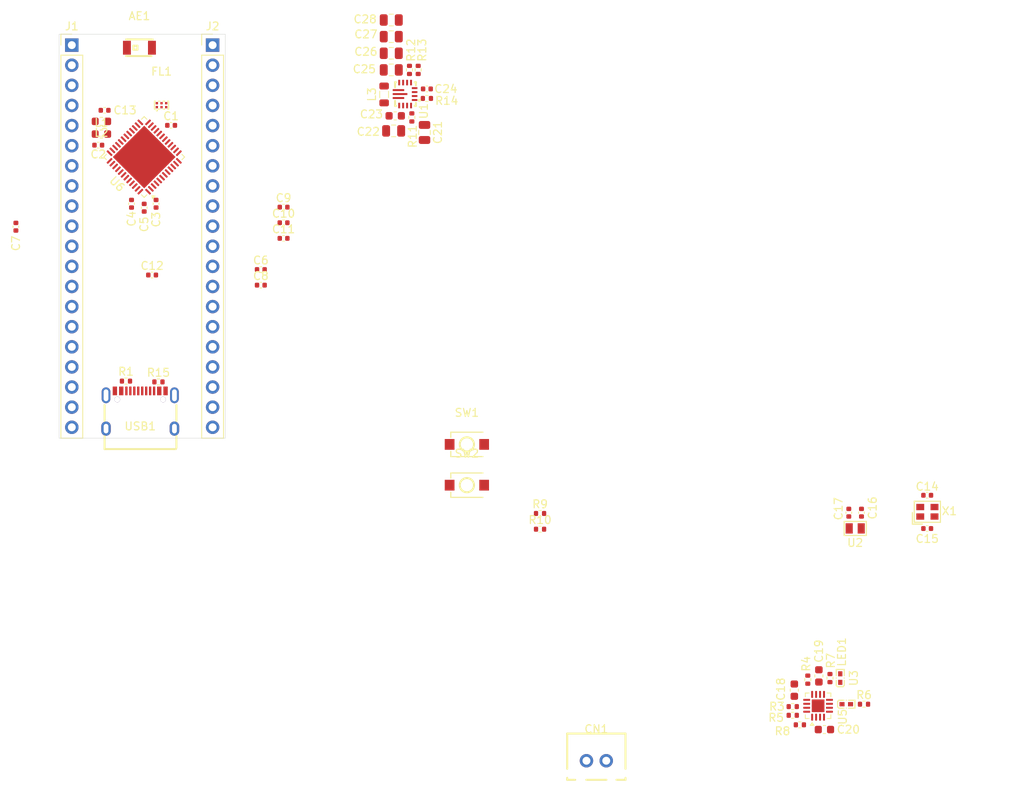
<source format=kicad_pcb>
(kicad_pcb (version 20241229) (generator "pcbnew") (generator_version "9.0")
  (layers (0 "F.Cu" signal) (2 "B.Cu" signal) (13 "F.Paste" user) (15 "B.Paste" user) (5 "F.SilkS" user "F.Silkscreen") (7 "B.SilkS" user "B.Silkscreen") (1 "F.Mask" user) (3 "B.Mask" user) (25 "Edge.Cuts" user))
  (net 0 "")
  (net 2 "Net-(AE1-ANT)")
  (net 3 "VCC")
  (net 4 "GND")
  (net 5 "+3.3V")
  (net 6 "Net-(C20-Pad1)")
  (net 7 "/RF")
  (net 8 "Net-(LED1-A)")
  (net 9 "Net-(LED1-K)")
  (net 10 "/RESET")
  (net 11 "/BOOT")
  (net 12 "Net-(U1-FB)")
  (net 13 "Net-(U1-VAUX)")
  (net 14 "Net-(U1-EN)")
  (net 15 "Net-(U1-L2)")
  (net 16 "Net-(U1-L1)")
  (net 17 "Net-(U1-PG)")
  (net 18 "/LXOUT")
  (net 19 "/LXIN")
  (net 20 "Net-(U3-K)")
  (net 64 "Net-(U3-A)")
  (net 65 "Net-(U5-TS)")
  (net 67 "Net-(U5-ILIM)")
  (net 72 "Net-(U5-ISET)")
  (net 73 "Net-(U5-ITERM)")
  (net 76 "VBUS")
  (net 77 "/SWDIO")
  (net 82 "/SWCLK")
  (net 83 "/JDTI")
  (net 84 "/DP")
  (net 85 "/DN")
  (net 87 "/HXOUT")
  (net 89 "/HXIN")
  (net 92 "Net-(U6-VLXSMPS)")
  (net 93 "Net-(U6-VFBSMPS)")
  (net 94 "Net-(L1-Pad1)")
  (net 95 "Net-(USB1-CC1)")
  (net 97 "Net-(USB1-CC2)")
  (footprint "Capacitor_SMD:C_0402_1005Metric" (layer "F.Cu") (at 164.1 78.27)
    (property "Reference" "C11" (at 0 -1.16 0) (layer "F.SilkS"))
    (property "Value" "100nF")
    (pad "1" smd roundrect (at -0.48 0) (size 0.56 0.62) (layers "F.Cu" "F.Mask" "F.Paste") (net 5 "+3.3V"))
    (pad "2" smd roundrect (at 0.48 0) (size 0.56 0.62) (layers "F.Cu" "F.Mask" "F.Paste") (net 4 "GND"))
  )
  (footprint "Resistor_SMD:R_0402_1005Metric" (layer "F.Cu") (at 230.3 134 -90)
    (property "Reference" "R4" (at -2 0.2 90) (layer "F.SilkS"))
    (property "Value" "1.18K")
    (pad "1" smd roundrect (at -0.51 0 270) (size 0.54 0.64) (layers "F.Cu" "F.Mask" "F.Paste") (net 4 "GND"))
    (pad "2" smd roundrect (at 0.51 0 270) (size 0.54 0.64) (layers "F.Cu" "F.Mask" "F.Paste") (net 67 "Net-(U5-ILIM)"))
  )
  (footprint "Capacitor_SMD:C_0805_2012Metric" (layer "F.Cu") (at 177.7 57 180)
    (property "Reference" "C25" (at 3.4 0.1 0) (layer "F.SilkS"))
    (property "Value" "10uF")
    (pad "1" smd roundrect (at -0.95 0 180) (size 1 1.45) (layers "F.Cu" "F.Mask" "F.Paste") (net 5 "+3.3V"))
    (pad "2" smd roundrect (at 0.95 0 180) (size 1 1.45) (layers "F.Cu" "F.Mask" "F.Paste") (net 4 "GND"))
  )
  (footprint "Package_DFN_QFN:VQFN-16-1EP_3x3mm_P0.5mm_EP1.6x1.6mm" (layer "F.Cu") (at 231.6 137.3 90)
    (property "Reference" "U5" (at -1.4 3.1 90) (layer "F.SilkS"))
    (property "Value" "BQ24074RGT")
    (pad "1" smd roundrect (at -1.4375 -0.75 90) (size 0.875 0.25) (layers "F.Cu" "F.Mask" "F.Paste") (net 65 "Net-(U5-TS)"))
    (pad "2" smd roundrect (at -1.4375 -0.25 90) (size 0.875 0.25) (layers "F.Cu" "F.Mask" "F.Paste") (net 6 "Net-(C20-Pad1)"))
    (pad "3" smd roundrect (at -1.4375 0.25 90) (size 0.875 0.25) (layers "F.Cu" "F.Mask" "F.Paste") (net 6 "Net-(C20-Pad1)"))
    (pad "4" smd roundrect (at -1.4375 0.75 90) (size 0.875 0.25) (layers "F.Cu" "F.Mask" "F.Paste") (net 4 "GND"))
    (pad "5" smd roundrect (at -0.75 1.4375 90) (size 0.25 0.875) (layers "F.Cu" "F.Mask" "F.Paste") (net 3 "VCC"))
    (pad "6" smd roundrect (at -0.25 1.4375 90) (size 0.25 0.875) (layers "F.Cu" "F.Mask" "F.Paste") (net 4 "GND"))
    (pad "7" smd roundrect (at 0.25 1.4375 90) (size 0.25 0.875) (layers "F.Cu" "F.Mask" "F.Paste") (net 9 "Net-(LED1-K)"))
    (pad "8" smd roundrect (at 0.75 1.4375 90) (size 0.25 0.875) (layers "F.Cu" "F.Mask" "F.Paste") (net 4 "GND"))
    (pad "9" smd roundrect (at 1.4375 0.75 90) (size 0.875 0.25) (layers "F.Cu" "F.Mask" "F.Paste") (net 20 "Net-(U3-K)"))
    (pad "10" smd roundrect (at 1.4375 0.25 90) (size 0.875 0.25) (layers "F.Cu" "F.Mask" "F.Paste") (net 3 "VCC"))
    (pad "11" smd roundrect (at 1.4375 -0.25 90) (size 0.875 0.25) (layers "F.Cu" "F.Mask" "F.Paste") (net 3 "VCC"))
    (pad "12" smd roundrect (at 1.4375 -0.75 90) (size 0.875 0.25) (layers "F.Cu" "F.Mask" "F.Paste") (net 67 "Net-(U5-ILIM)"))
    (pad "13" smd roundrect (at 0.75 -1.4375 90) (size 0.25 0.875) (layers "F.Cu" "F.Mask" "F.Paste") (net 76 "VBUS"))
    (pad "14" smd roundrect (at 0.25 -1.4375 90) (size 0.25 0.875) (layers "F.Cu" "F.Mask" "F.Paste") (net 4 "GND"))
    (pad "15" smd roundrect (at -0.25 -1.4375 90) (size 0.25 0.875) (layers "F.Cu" "F.Mask" "F.Paste") (net 73 "Net-(U5-ITERM)"))
    (pad "16" smd roundrect (at -0.75 -1.4375 90) (size 0.25 0.875) (layers "F.Cu" "F.Mask" "F.Paste") (net 72 "Net-(U5-ISET)"))
    (pad "17" smd rect (at 0 0 90) (size 1.6 1.6) (property pad_prop_heatsink) (layers "F.Cu" "F.Mask") (net 4 "GND"))
  )
  (footprint "Inductor_SMD:L_0603_1608Metric" (layer "F.Cu") (at 141.1 63.5 180)
    (property "Reference" "L2" (at 0 -1.43 0) (layer "F.SilkS"))
    (property "Value" "10uH")
    (pad "1" smd roundrect (at -0.7875 0 180) (size 0.875 0.95) (layers "F.Cu" "F.Mask" "F.Paste") (net 93 "Net-(U6-VFBSMPS)"))
    (pad "2" smd roundrect (at 0.7875 0 180) (size 0.875 0.95) (layers "F.Cu" "F.Mask" "F.Paste") (net 94 "Net-(L1-Pad1)"))
  )
  (footprint "Capacitor_SMD:C_0603_1608Metric" (layer "F.Cu") (at 232.4 140.3)
    (property "Reference" "C20" (at 3.025 0 0) (layer "F.SilkS"))
    (property "Value" "4.7uF")
    (pad "1" smd roundrect (at -0.775 0) (size 0.9 0.95) (layers "F.Cu" "F.Mask" "F.Paste") (net 6 "Net-(C20-Pad1)"))
    (pad "2" smd roundrect (at 0.775 0) (size 0.9 0.95) (layers "F.Cu" "F.Mask" "F.Paste") (net 4 "GND"))
  )
  (footprint "lcsc:LED0402-RD" (layer "F.Cu") (at 234.4 133.8 90)
    (property "Reference" "U3" (at 0 1.7 90) (layer "F.SilkS"))
    (property "Value" "XL-1005UBC_C22355736")
    (pad "1" smd rect (at -0.54 0 90) (size 0.64 0.54) (layers "F.Cu" "F.Mask" "F.Paste") (net 20 "Net-(U3-K)"))
    (pad "2" smd rect (at 0.54 0 90) (size 0.64 0.54) (layers "F.Cu" "F.Mask" "F.Paste") (net 64 "Net-(U3-A)"))
  )
  (footprint "Capacitor_SMD:C_0603_1608Metric" (layer "F.Cu") (at 231.7 133.525 90)
    (property "Reference" "C19" (at 3.125 0 90) (layer "F.SilkS"))
    (property "Value" "4.7uF")
    (pad "1" smd roundrect (at -0.775 0 90) (size 0.9 0.95) (layers "F.Cu" "F.Mask" "F.Paste") (net 3 "VCC"))
    (pad "2" smd roundrect (at 0.775 0 90) (size 0.9 0.95) (layers "F.Cu" "F.Mask" "F.Paste") (net 4 "GND"))
  )
  (footprint "Resistor_SMD:R_0402_1005Metric" (layer "F.Cu") (at 196.49 115)
    (property "Reference" "R10" (at 0 -1.17 0) (layer "F.SilkS"))
    (property "Value" "10K")
    (pad "1" smd roundrect (at -0.51 0) (size 0.54 0.64) (layers "F.Cu" "F.Mask" "F.Paste") (net 4 "GND"))
    (pad "2" smd roundrect (at 0.51 0) (size 0.54 0.64) (layers "F.Cu" "F.Mask" "F.Paste") (net 11 "/BOOT"))
  )
  (footprint "Resistor_SMD:R_0402_1005Metric" (layer "F.Cu") (at 237.4 137.1)
    (property "Reference" "R6" (at 0 -1.17 0) (layer "F.SilkS"))
    (property "Value" "1.5K")
    (pad "1" smd roundrect (at -0.51 0) (size 0.54 0.64) (layers "F.Cu" "F.Mask" "F.Paste") (net 8 "Net-(LED1-A)"))
    (pad "2" smd roundrect (at 0.51 0) (size 0.54 0.64) (layers "F.Cu" "F.Mask" "F.Paste") (net 3 "VCC"))
  )
  (footprint "Resistor_SMD:R_0402_1005Metric" (layer "F.Cu") (at 148.3 96.4)
    (property "Reference" "R15" (at 0 -1.17 0) (layer "F.SilkS"))
    (property "Value" "5.1K")
    (pad "1" smd roundrect (at -0.51 0) (size 0.54 0.64) (layers "F.Cu" "F.Mask" "F.Paste") (net 97 "Net-(USB1-CC2)"))
    (pad "2" smd roundrect (at 0.51 0) (size 0.54 0.64) (layers "F.Cu" "F.Mask" "F.Paste") (net 4 "GND"))
  )
  (footprint "Capacitor_SMD:C_0805_2012Metric" (layer "F.Cu") (at 177.7 52.8 180)
    (property "Reference" "C27" (at 3.2 0.3 0) (layer "F.SilkS"))
    (property "Value" "22uF")
    (pad "1" smd roundrect (at -0.95 0 180) (size 1 1.45) (layers "F.Cu" "F.Mask" "F.Paste") (net 5 "+3.3V"))
    (pad "2" smd roundrect (at 0.95 0 180) (size 1 1.45) (layers "F.Cu" "F.Mask" "F.Paste") (net 4 "GND"))
  )
  (footprint "Capacitor_SMD:C_0402_1005Metric" (layer "F.Cu") (at 235.48 112.915 90)
    (property "Reference" "C17" (at 0.5 -1.3 90) (layer "F.SilkS"))
    (property "Value" "10pF")
    (pad "1" smd roundrect (at -0.48 0 90) (size 0.56 0.62) (layers "F.Cu" "F.Mask" "F.Paste") (net 19 "/LXIN"))
    (pad "2" smd roundrect (at 0.48 0 90) (size 0.56 0.62) (layers "F.Cu" "F.Mask" "F.Paste") (net 4 "GND"))
  )
  (footprint "Capacitor_SMD:C_0402_1005Metric" (layer "F.Cu") (at 245.38 114.915)
    (property "Reference" "C15" (at 0 1.3 0) (layer "F.SilkS"))
    (property "Value" "10pF")
    (pad "1" smd roundrect (at -0.48 0) (size 0.56 0.62) (layers "F.Cu" "F.Mask" "F.Paste") (net 89 "/HXIN"))
    (pad "2" smd roundrect (at 0.48 0) (size 0.56 0.62) (layers "F.Cu" "F.Mask" "F.Paste") (net 4 "GND"))
  )
  (footprint "Resistor_SMD:R_0402_1005Metric" (layer "F.Cu") (at 233.1 133.8 -90)
    (property "Reference" "R7" (at -2.2 -0.1 90) (layer "F.SilkS"))
    (property "Value" "1.5K")
    (pad "1" smd roundrect (at -0.51 0 270) (size 0.54 0.64) (layers "F.Cu" "F.Mask" "F.Paste") (net 64 "Net-(U3-A)"))
    (pad "2" smd roundrect (at 0.51 0 270) (size 0.54 0.64) (layers "F.Cu" "F.Mask" "F.Paste") (net 3 "VCC"))
  )
  (footprint "lcsc:ANT-SMD_L3.2-W1.6" (layer "F.Cu") (at 145.9 54.2)
    (property "Reference" "AE1" (at 0 -4 0) (layer "F.SilkS"))
    (property "Value" "2450AT18A100E")
    (pad "1" smd rect (at -1.58 0) (size 1 1.75) (layers "F.Cu" "F.Mask" "F.Paste") (net 2 "Net-(AE1-ANT)"))
    (pad "2" smd rect (at 1.58 0) (size 1 1.75) (layers "F.Cu" "F.Mask" "F.Paste"))
  )
  (footprint "Connector_PinHeader_2.54mm:PinHeader_1x20_P2.54mm_Vertical" (layer "F.Cu") (at 155.14 53.87)
    (property "Reference" "J2" (at 0 -2.38 0) (layer "F.SilkS"))
    (property "Value" "Conn_01x20")
    (pad "1" thru_hole rect (at 0 0) (size 1.7 1.7) (drill 1) (layers "*.Cu" "*.Mask"))
    (pad "2" thru_hole circle (at 0 2.54) (size 1.7 1.7) (drill 1) (layers "*.Cu" "*.Mask"))
    (pad "3" thru_hole circle (at 0 5.08) (size 1.7 1.7) (drill 1) (layers "*.Cu" "*.Mask"))
    (pad "4" thru_hole circle (at 0 7.62) (size 1.7 1.7) (drill 1) (layers "*.Cu" "*.Mask"))
    (pad "5" thru_hole circle (at 0 10.16) (size 1.7 1.7) (drill 1) (layers "*.Cu" "*.Mask"))
    (pad "6" thru_hole circle (at 0 12.7) (size 1.7 1.7) (drill 1) (layers "*.Cu" "*.Mask"))
    (pad "7" thru_hole circle (at 0 15.24) (size 1.7 1.7) (drill 1) (layers "*.Cu" "*.Mask"))
    (pad "8" thru_hole circle (at 0 17.78) (size 1.7 1.7) (drill 1) (layers "*.Cu" "*.Mask"))
    (pad "9" thru_hole circle (at 0 20.32) (size 1.7 1.7) (drill 1) (layers "*.Cu" "*.Mask"))
    (pad "10" thru_hole circle (at 0 22.86) (size 1.7 1.7) (drill 1) (layers "*.Cu" "*.Mask"))
    (pad "11" thru_hole circle (at 0 25.4) (size 1.7 1.7) (drill 1) (layers "*.Cu" "*.Mask"))
    (pad "12" thru_hole circle (at 0 27.94) (size 1.7 1.7) (drill 1) (layers "*.Cu" "*.Mask"))
    (pad "13" thru_hole circle (at 0 30.48) (size 1.7 1.7) (drill 1) (layers "*.Cu" "*.Mask"))
    (pad "14" thru_hole circle (at 0 33.02) (size 1.7 1.7) (drill 1) (layers "*.Cu" "*.Mask"))
    (pad "15" thru_hole circle (at 0 35.56) (size 1.7 1.7) (drill 1) (layers "*.Cu" "*.Mask"))
    (pad "16" thru_hole circle (at 0 38.1) (size 1.7 1.7) (drill 1) (layers "*.Cu" "*.Mask"))
    (pad "17" thru_hole circle (at 0 40.64) (size 1.7 1.7) (drill 1) (layers "*.Cu" "*.Mask"))
    (pad "18" thru_hole circle (at 0 43.18) (size 1.7 1.7) (drill 1) (layers "*.Cu" "*.Mask"))
    (pad "19" thru_hole circle (at 0 45.72) (size 1.7 1.7) (drill 1) (layers "*.Cu" "*.Mask"))
    (pad "20" thru_hole circle (at 0 48.26) (size 1.7 1.7) (drill 1) (layers "*.Cu" "*.Mask"))
  )
  (footprint "Resistor_SMD:R_0402_1005Metric" (layer "F.Cu") (at 181.1 57 90)
    (property "Reference" "R13" (at 2.5 0.5 90) (layer "F.SilkS"))
    (property "Value" "150")
    (pad "1" smd roundrect (at -0.51 0 90) (size 0.54 0.64) (layers "F.Cu" "F.Mask" "F.Paste") (net 12 "Net-(U1-FB)"))
    (pad "2" smd roundrect (at 0.51 0 90) (size 0.54 0.64) (layers "F.Cu" "F.Mask" "F.Paste") (net 4 "GND"))
  )
  (footprint "Resistor_SMD:R_0402_1005Metric" (layer "F.Cu") (at 180.3 63 90)
    (property "Reference" "R11" (at -2.4 0.1 90) (layer "F.SilkS"))
    (property "Value" "10K")
    (pad "1" smd roundrect (at -0.51 0 90) (size 0.54 0.64) (layers "F.Cu" "F.Mask" "F.Paste") (net 3 "VCC"))
    (pad "2" smd roundrect (at 0.51 0 90) (size 0.54 0.64) (layers "F.Cu" "F.Mask" "F.Paste") (net 14 "Net-(U1-EN)"))
  )
  (footprint "Capacitor_SMD:C_0805_2012Metric" (layer "F.Cu") (at 177.7 54.9 180)
    (property "Reference" "C26" (at 3.2 0.2 0) (layer "F.SilkS"))
    (property "Value" "22uF")
    (pad "1" smd roundrect (at -0.95 0 180) (size 1 1.45) (layers "F.Cu" "F.Mask" "F.Paste") (net 5 "+3.3V"))
    (pad "2" smd roundrect (at 0.95 0 180) (size 1 1.45) (layers "F.Cu" "F.Mask" "F.Paste") (net 4 "GND"))
  )
  (footprint "Capacitor_SMD:C_0805_2012Metric" (layer "F.Cu") (at 181.9 64.9 -90)
    (property "Reference" "C21" (at 0 -1.68 90) (layer "F.SilkS"))
    (property "Value" "10uF")
    (pad "1" smd roundrect (at -0.95 0 270) (size 1 1.45) (layers "F.Cu" "F.Mask" "F.Paste") (net 3 "VCC"))
    (pad "2" smd roundrect (at 0.95 0 270) (size 1 1.45) (layers "F.Cu" "F.Mask" "F.Paste") (net 4 "GND"))
  )
  (footprint "Capacitor_SMD:C_0402_1005Metric" (layer "F.Cu") (at 164.1 76.3)
    (property "Reference" "C10" (at 0 -1.16 0) (layer "F.SilkS"))
    (property "Value" "100nF")
    (pad "1" smd roundrect (at -0.48 0) (size 0.56 0.62) (layers "F.Cu" "F.Mask" "F.Paste") (net 5 "+3.3V"))
    (pad "2" smd roundrect (at 0.48 0) (size 0.56 0.62) (layers "F.Cu" "F.Mask" "F.Paste") (net 4 "GND"))
  )
  (footprint "Capacitor_SMD:C_0402_1005Metric" (layer "F.Cu") (at 130.3 76.8 -90)
    (property "Reference" "C7" (at 2.1 0 90) (layer "F.SilkS"))
    (property "Value" "1uF")
    (pad "1" smd roundrect (at -0.48 0 270) (size 0.56 0.62) (layers "F.Cu" "F.Mask" "F.Paste") (net 5 "+3.3V"))
    (pad "2" smd roundrect (at 0.48 0 270) (size 0.56 0.62) (layers "F.Cu" "F.Mask" "F.Paste") (net 4 "GND"))
  )
  (footprint "Inductor_SMD:L_0603_1608Metric" (layer "F.Cu") (at 141.1 65.1)
    (property "Reference" "L1" (at 0 -1.43 0) (layer "F.SilkS"))
    (property "Value" "10nH")
    (pad "1" smd roundrect (at -0.7875 0) (size 0.875 0.95) (layers "F.Cu" "F.Mask" "F.Paste") (net 94 "Net-(L1-Pad1)"))
    (pad "2" smd roundrect (at 0.7875 0) (size 0.875 0.95) (layers "F.Cu" "F.Mask" "F.Paste") (net 92 "Net-(U6-VLXSMPS)"))
  )
  (footprint "Connector_PinHeader_2.54mm:PinHeader_1x20_P2.54mm_Vertical" (layer "F.Cu") (at 137.36 53.87)
    (property "Reference" "J1" (at 0 -2.38 0) (layer "F.SilkS"))
    (property "Value" "Conn_01x20")
    (pad "1" thru_hole rect (at 0 0) (size 1.7 1.7) (drill 1) (layers "*.Cu" "*.Mask"))
    (pad "2" thru_hole circle (at 0 2.54) (size 1.7 1.7) (drill 1) (layers "*.Cu" "*.Mask"))
    (pad "3" thru_hole circle (at 0 5.08) (size 1.7 1.7) (drill 1) (layers "*.Cu" "*.Mask"))
    (pad "4" thru_hole circle (at 0 7.62) (size 1.7 1.7) (drill 1) (layers "*.Cu" "*.Mask"))
    (pad "5" thru_hole circle (at 0 10.16) (size 1.7 1.7) (drill 1) (layers "*.Cu" "*.Mask"))
    (pad "6" thru_hole circle (at 0 12.7) (size 1.7 1.7) (drill 1) (layers "*.Cu" "*.Mask"))
    (pad "7" thru_hole circle (at 0 15.24) (size 1.7 1.7) (drill 1) (layers "*.Cu" "*.Mask"))
    (pad "8" thru_hole circle (at 0 17.78) (size 1.7 1.7) (drill 1) (layers "*.Cu" "*.Mask"))
    (pad "9" thru_hole circle (at 0 20.32) (size 1.7 1.7) (drill 1) (layers "*.Cu" "*.Mask"))
    (pad "10" thru_hole circle (at 0 22.86) (size 1.7 1.7) (drill 1) (layers "*.Cu" "*.Mask"))
    (pad "11" thru_hole circle (at 0 25.4) (size 1.7 1.7) (drill 1) (layers "*.Cu" "*.Mask"))
    (pad "12" thru_hole circle (at 0 27.94) (size 1.7 1.7) (drill 1) (layers "*.Cu" "*.Mask"))
    (pad "13" thru_hole circle (at 0 30.48) (size 1.7 1.7) (drill 1) (layers "*.Cu" "*.Mask"))
    (pad "14" thru_hole circle (at 0 33.02) (size 1.7 1.7) (drill 1) (layers "*.Cu" "*.Mask"))
    (pad "15" thru_hole circle (at 0 35.56) (size 1.7 1.7) (drill 1) (layers "*.Cu" "*.Mask"))
    (pad "16" thru_hole circle (at 0 38.1) (size 1.7 1.7) (drill 1) (layers "*.Cu" "*.Mask"))
    (pad "17" thru_hole circle (at 0 40.64) (size 1.7 1.7) (drill 1) (layers "*.Cu" "*.Mask"))
    (pad "18" thru_hole circle (at 0 43.18) (size 1.7 1.7) (drill 1) (layers "*.Cu" "*.Mask"))
    (pad "19" thru_hole circle (at 0 45.72) (size 1.7 1.7) (drill 1) (layers "*.Cu" "*.Mask"))
    (pad "20" thru_hole circle (at 0 48.26) (size 1.7 1.7) (drill 1) (layers "*.Cu" "*.Mask"))
  )
  (footprint "lcsc:CRYSTAL-SMD_L2.0-W1.2" (layer "F.Cu") (at 236.29 114.9)
    (property "Reference" "U2" (at -0.01 1.815 0) (layer "F.SilkS"))
    (property "Value" "NX2012SA-32.768KHZ-STD-MUB-2")
    (pad "1" smd rect (at -0.76 0) (size 0.9 1.3) (layers "F.Cu" "F.Mask" "F.Paste") (net 19 "/LXIN"))
    (pad "2" smd rect (at 0.76 0) (size 0.9 1.3) (layers "F.Cu" "F.Mask" "F.Paste") (net 18 "/LXOUT"))
  )
  (footprint "Capacitor_SMD:C_0402_1005Metric" (layer "F.Cu") (at 141.5 62.1 180)
    (property "Reference" "C13" (at -2.58 0 0) (layer "F.SilkS"))
    (property "Value" "4.7uF")
    (pad "1" smd roundrect (at -0.48 0 180) (size 0.56 0.62) (layers "F.Cu" "F.Mask" "F.Paste") (net 93 "Net-(U6-VFBSMPS)"))
    (pad "2" smd roundrect (at 0.48 0 180) (size 0.56 0.62) (layers "F.Cu" "F.Mask" "F.Paste") (net 4 "GND"))
  )
  (footprint "Resistor_SMD:R_0402_1005Metric" (layer "F.Cu") (at 180 57 -90)
    (property "Reference" "R12" (at -2.5 -0.2 90) (layer "F.SilkS"))
    (property "Value" "470")
    (pad "1" smd roundrect (at -0.51 0 270) (size 0.54 0.64) (layers "F.Cu" "F.Mask" "F.Paste") (net 5 "+3.3V"))
    (pad "2" smd roundrect (at 0.51 0 270) (size 0.54 0.64) (layers "F.Cu" "F.Mask" "F.Paste") (net 12 "Net-(U1-FB)"))
  )
  (footprint "Resistor_SMD:R_0402_1005Metric" (layer "F.Cu") (at 196.49 113.01)
    (property "Reference" "R9" (at 0 -1.17 0) (layer "F.SilkS"))
    (property "Value" "10K")
    (pad "1" smd roundrect (at -0.51 0) (size 0.54 0.64) (layers "F.Cu" "F.Mask" "F.Paste") (net 5 "+3.3V"))
    (pad "2" smd roundrect (at 0.51 0) (size 0.54 0.64) (layers "F.Cu" "F.Mask" "F.Paste") (net 10 "/RESET"))
  )
  (footprint "Resistor_SMD:R_0402_1005Metric" (layer "F.Cu") (at 228.4 138.5)
    (property "Reference" "R5" (at -2.1 0.3 0) (layer "F.SilkS"))
    (property "Value" "1.13")
    (pad "1" smd roundrect (at -0.51 0) (size 0.54 0.64) (layers "F.Cu" "F.Mask" "F.Paste") (net 4 "GND"))
    (pad "2" smd roundrect (at 0.51 0) (size 0.54 0.64) (layers "F.Cu" "F.Mask" "F.Paste") (net 72 "Net-(U5-ISET)"))
  )
  (footprint "Resistor_SMD:R_0402_1005Metric" (layer "F.Cu") (at 144.2 96.3 180)
    (property "Reference" "R1" (at 0 1.2 0) (layer "F.SilkS"))
    (property "Value" "5.1K")
    (pad "1" smd roundrect (at -0.51 0 180) (size 0.54 0.64) (layers "F.Cu" "F.Mask" "F.Paste") (net 95 "Net-(USB1-CC1)"))
    (pad "2" smd roundrect (at 0.51 0 180) (size 0.54 0.64) (layers "F.Cu" "F.Mask" "F.Paste") (net 4 "GND"))
  )
  (footprint "Resistor_SMD:R_0402_1005Metric" (layer "F.Cu") (at 229.3 139.7 180)
    (property "Reference" "R8" (at 2.2 -0.8 0) (layer "F.SilkS"))
    (property "Value" "10K")
    (pad "1" smd roundrect (at -0.51 0 180) (size 0.54 0.64) (layers "F.Cu" "F.Mask" "F.Paste") (net 65 "Net-(U5-TS)"))
    (pad "2" smd roundrect (at 0.51 0 180) (size 0.54 0.64) (layers "F.Cu" "F.Mask" "F.Paste") (net 4 "GND"))
  )
  (footprint "lcsc:CONN-TH_B2B-XH-A-LF-SN" (layer "F.Cu") (at 203.6 144.2375)
    (property "Reference" "CN1" (at 0 -4 0) (layer "F.SilkS"))
    (property "Value" "B2B-XH-A (LF)(SN)")
    (pad "1" thru_hole circle (at 1.25 0 180) (size 1.7 1.7) (drill 0.999998) (layers "*.Cu" "*.Mask") (net 4 "GND"))
    (pad "2" thru_hole circle (at -1.25 0 180) (size 1.7 1.7) (drill 0.999998) (layers "*.Cu" "*.Mask") (net 6 "Net-(C20-Pad1)"))
  )
  (footprint "lcsc:SW-SMD_L3.9-W3.0-P4.45" (layer "F.Cu") (at 187.25 104.29)
    (property "Reference" "SW1" (at 0 -4 0) (layer "F.SilkS"))
    (property "Value" "SW_Push")
    (pad "1" smd rect (at -2.18 0) (size 1.23 1.36) (layers "F.Cu" "F.Mask" "F.Paste") (net 10 "/RESET"))
    (pad "2" smd rect (at 2.18 0) (size 1.23 1.36) (layers "F.Cu" "F.Mask" "F.Paste") (net 4 "GND"))
  )
  (footprint "Capacitor_SMD:C_0402_1005Metric" (layer "F.Cu") (at 149.9 64)
    (property "Reference" "C1" (at 0 -1.16 0) (layer "F.SilkS"))
    (property "Value" "100nF")
    (pad "1" smd roundrect (at -0.48 0) (size 0.56 0.62) (layers "F.Cu" "F.Mask" "F.Paste") (net 5 "+3.3V"))
    (pad "2" smd roundrect (at 0.48 0) (size 0.56 0.62) (layers "F.Cu" "F.Mask" "F.Paste") (net 4 "GND"))
  )
  (footprint "Capacitor_SMD:C_0402_1005Metric" (layer "F.Cu") (at 237.08 112.915 90)
    (property "Reference" "C16" (at 0.6 1.4 90) (layer "F.SilkS"))
    (property "Value" "10pF")
    (pad "1" smd roundrect (at -0.48 0 90) (size 0.56 0.62) (layers "F.Cu" "F.Mask" "F.Paste") (net 18 "/LXOUT"))
    (pad "2" smd roundrect (at 0.48 0 90) (size 0.56 0.62) (layers "F.Cu" "F.Mask" "F.Paste") (net 4 "GND"))
  )
  (footprint "Capacitor_SMD:C_0603_1608Metric" (layer "F.Cu") (at 178.2 62.8 180)
    (property "Reference" "C23" (at 3 0.2 0) (layer "F.SilkS"))
    (property "Value" "10uF")
    (pad "1" smd roundrect (at -0.775 0 180) (size 0.9 0.95) (layers "F.Cu" "F.Mask" "F.Paste") (net 3 "VCC"))
    (pad "2" smd roundrect (at 0.775 0 180) (size 0.9 0.95) (layers "F.Cu" "F.Mask" "F.Paste") (net 4 "GND"))
  )
  (footprint "Capacitor_SMD:C_0402_1005Metric" (layer "F.Cu") (at 161.23 84.18)
    (property "Reference" "C8" (at 0 -1.16 0) (layer "F.SilkS"))
    (property "Value" "100nF")
    (pad "1" smd roundrect (at -0.48 0) (size 0.56 0.62) (layers "F.Cu" "F.Mask" "F.Paste") (net 5 "+3.3V"))
    (pad "2" smd roundrect (at 0.48 0) (size 0.56 0.62) (layers "F.Cu" "F.Mask" "F.Paste") (net 4 "GND"))
  )
  (footprint "Capacitor_SMD:C_0402_1005Metric" (layer "F.Cu") (at 164.1 74.33)
    (property "Reference" "C9" (at 0 -1.16 0) (layer "F.SilkS"))
    (property "Value" "100nF")
    (pad "1" smd roundrect (at -0.48 0) (size 0.56 0.62) (layers "F.Cu" "F.Mask" "F.Paste") (net 5 "+3.3V"))
    (pad "2" smd roundrect (at 0.48 0) (size 0.56 0.62) (layers "F.Cu" "F.Mask" "F.Paste") (net 4 "GND"))
  )
  (footprint "Resistor_SMD:R_0402_1005Metric" (layer "F.Cu") (at 182.2 60.6 180)
    (property "Reference" "R14" (at -2.5 -0.3 0) (layer "F.SilkS"))
    (property "Value" "100K")
    (pad "1" smd roundrect (at -0.51 0 180) (size 0.54 0.64) (layers "F.Cu" "F.Mask" "F.Paste") (net 5 "+3.3V"))
    (pad "2" smd roundrect (at 0.51 0 180) (size 0.54 0.64) (layers "F.Cu" "F.Mask" "F.Paste") (net 17 "Net-(U1-PG)"))
  )
  (footprint "Capacitor_SMD:C_0603_1608Metric" (layer "F.Cu") (at 228.6 135.325 90)
    (property "Reference" "C18" (at 0.125 -1.7 90) (layer "F.SilkS"))
    (property "Value" "1uF")
    (pad "1" smd roundrect (at -0.775 0 90) (size 0.9 0.95) (layers "F.Cu" "F.Mask" "F.Paste") (net 76 "VBUS"))
    (pad "2" smd roundrect (at 0.775 0 90) (size 0.9 0.95) (layers "F.Cu" "F.Mask" "F.Paste") (net 4 "GND"))
  )
  (footprint "lcsc:OSC-SMD_4P-L2.0-W1.6-BL" (layer "F.Cu") (at 245.4 112.8)
    (property "Reference" "X1" (at 2.78 -0.085 0) (layer "F.SilkS"))
    (property "Value" "NX2016SA-32MHZ-STD-CZS-5")
    (pad "1" smd rect (at -0.9 0.6 90) (size 0.8 1) (layers "F.Cu" "F.Mask" "F.Paste") (net 89 "/HXIN"))
    (pad "2" smd rect (at 0.9 0.6 90) (size 0.8 1) (layers "F.Cu" "F.Mask" "F.Paste") (net 4 "GND"))
    (pad "3" smd rect (at 0.9 -0.6 90) (size 0.8 1) (layers "F.Cu" "F.Mask" "F.Paste") (net 87 "/HXOUT"))
    (pad "4" smd rect (at -0.9 -0.6 90) (size 0.8 1) (layers "F.Cu" "F.Mask" "F.Paste") (net 4 "GND"))
  )
  (footprint "Capacitor_SMD:C_0402_1005Metric" (layer "F.Cu") (at 144.9 73.9 -90)
    (property "Reference" "C4" (at 1.9 0 90) (layer "F.SilkS"))
    (property "Value" "100nF")
    (pad "1" smd roundrect (at -0.48 0 270) (size 0.56 0.62) (layers "F.Cu" "F.Mask" "F.Paste") (net 5 "+3.3V"))
    (pad "2" smd roundrect (at 0.48 0 270) (size 0.56 0.62) (layers "F.Cu" "F.Mask" "F.Paste") (net 4 "GND"))
  )
  (footprint "Capacitor_SMD:C_0402_1005Metric" (layer "F.Cu") (at 182.2 59.4)
    (property "Reference" "C24" (at 2.4 0 0) (layer "F.SilkS"))
    (property "Value" "100nF")
    (pad "1" smd roundrect (at -0.48 0) (size 0.56 0.62) (layers "F.Cu" "F.Mask" "F.Paste") (net 13 "Net-(U1-VAUX)"))
    (pad "2" smd roundrect (at 0.48 0) (size 0.56 0.62) (layers "F.Cu" "F.Mask" "F.Paste") (net 4 "GND"))
  )
  (footprint "lcsc:LED0402-RD_GREEN" (layer "F.Cu") (at 235.16 137.1)
    (property "Reference" "LED1" (at -0.56 -6.6 90) (layer "F.SilkS"))
    (property "Value" "XL-1005UGC")
    (pad "1" smd rect (at -0.54 0) (size 0.64 0.54) (layers "F.Cu" "F.Mask" "F.Paste") (net 9 "Net-(LED1-K)"))
    (pad "2" smd rect (at 0.54 0) (size 0.64 0.54) (layers "F.Cu" "F.Mask" "F.Paste") (net 8 "Net-(LED1-A)"))
  )
  (footprint "Inductor_SMD:L_0805_2012Metric" (layer "F.Cu") (at 176.8 60.1 90)
    (property "Reference" "L3" (at 0 -1.55 90) (layer "F.SilkS"))
    (property "Value" "1.5uH")
    (pad "1" smd roundrect (at -1.0625 0 90) (size 0.875 1.2) (layers "F.Cu" "F.Mask" "F.Paste") (net 16 "Net-(U1-L1)"))
    (pad "2" smd roundrect (at 1.0625 0 90) (size 0.875 1.2) (layers "F.Cu" "F.Mask" "F.Paste") (net 15 "Net-(U1-L2)"))
  )
  (footprint "Capacitor_SMD:C_0402_1005Metric" (layer "F.Cu") (at 161.23 82.21)
    (property "Reference" "C6" (at 0 -1.16 0) (layer "F.SilkS"))
    (property "Value" "10nF")
    (pad "1" smd roundrect (at -0.48 0) (size 0.56 0.62) (layers "F.Cu" "F.Mask" "F.Paste") (net 5 "+3.3V"))
    (pad "2" smd roundrect (at 0.48 0) (size 0.56 0.62) (layers "F.Cu" "F.Mask" "F.Paste") (net 4 "GND"))
  )
  (footprint "Capacitor_SMD:C_0402_1005Metric" (layer "F.Cu") (at 146.5 74.4 -90)
    (property "Reference" "C5" (at 2.1 0 90) (layer "F.SilkS"))
    (property "Value" "4.7uF")
    (pad "1" smd roundrect (at -0.48 0 270) (size 0.56 0.62) (layers "F.Cu" "F.Mask" "F.Paste") (net 5 "+3.3V"))
    (pad "2" smd roundrect (at 0.48 0 270) (size 0.56 0.62) (layers "F.Cu" "F.Mask" "F.Paste") (net 4 "GND"))
  )
  (footprint "lcsc:VQFN-HR-15_L3.0-W2.5-P0.50-BL_TPS63070RNMR" (layer "F.Cu") (at 179.63 60.05 90)
    (property "Reference" "U1" (at -2.15 2.17 90) (layer "F.SilkS"))
    (property "Value" "TPS630701RNMR")
    (pad "1" smd rect (at -0.75 1.02 270) (size 0.25 0.7) (layers "F.Cu" "F.Mask" "F.Paste") (net 14 "Net-(U1-EN)"))
    (pad "2" smd rect (at -0.25 1.02 270) (size 0.25 0.7) (layers "F.Cu" "F.Mask" "F.Paste") (net 17 "Net-(U1-PG)"))
    (pad "3" smd rect (at 0.25 1.02 270) (size 0.25 0.7) (layers "F.Cu" "F.Mask" "F.Paste") (net 13 "Net-(U1-VAUX)"))
    (pad "4" smd rect (at 0.75 1.02 270) (size 0.25 0.7) (layers "F.Cu" "F.Mask" "F.Paste") (net 4 "GND"))
    (pad "5" smd rect (at 1.45 0.57) (size 0.25 0.7) (layers "F.Cu" "F.Mask" "F.Paste") (net 12 "Net-(U1-FB)"))
    (pad "6" smd rect (at 1.45 0.07) (size 0.25 0.7) (layers "F.Cu" "F.Mask" "F.Paste") (net 4 "GND"))
    (pad "7" smd rect (at 1.45 -0.43) (size 0.25 0.7) (layers "F.Cu" "F.Mask" "F.Paste") (net 5 "+3.3V"))
    (pad "8" smd rect (at 1.45 -0.93) (size 0.25 0.7) (layers "F.Cu" "F.Mask" "F.Paste") (net 5 "+3.3V"))
    (pad "9" smd rect (at 0.5 -1.02 90) (size 0.25 1.45) (layers "F.Cu" "F.Mask" "F.Paste") (net 15 "Net-(U1-L2)"))
    (pad "10" smd rect (at 0 -0.82 90) (size 0.25 1.85) (layers "F.Cu" "F.Mask" "F.Paste") (net 4 "GND"))
    (pad "11" smd rect (at -0.5 -1.02 90) (size 0.25 1.45) (layers "F.Cu" "F.Mask" "F.Paste") (net 16 "Net-(U1-L1)"))
    (pad "12" smd rect (at -1.45 -0.93 180) (size 0.25 0.7) (layers "F.Cu" "F.Mask" "F.Paste") (net 3 "VCC"))
    (pad "13" smd rect (at -1.45 -0.43 180) (size 0.25 0.7) (layers "F.Cu" "F.Mask" "F.Paste") (net 3 "VCC"))
    (pad "14" smd rect (at -1.45 0.07 180) (size 0.25 0.7) (layers "F.Cu" "F.Mask" "F.Paste") (net 14 "Net-(U1-EN)"))
    (pad "15" smd rect (at -1.45 0.57 180) (size 0.25 0.7) (layers "F.Cu" "F.Mask" "F.Paste") (net 4 "GND"))
  )
  (footprint "Capacitor_SMD:C_0402_1005Metric" (layer "F.Cu") (at 245.38 110.715 180)
    (property "Reference" "C14" (at 0 1.1 0) (layer "F.SilkS"))
    (property "Value" "10pF")
    (pad "1" smd roundrect (at -0.48 0 180) (size 0.56 0.62) (layers "F.Cu" "F.Mask" "F.Paste") (net 87 "/HXOUT"))
    (pad "2" smd roundrect (at 0.48 0 180) (size 0.56 0.62) (layers "F.Cu" "F.Mask" "F.Paste") (net 4 "GND"))
  )
  (footprint "Capacitor_SMD:C_0805_2012Metric" (layer "F.Cu") (at 177.7 50.7 180)
    (property "Reference" "C28" (at 3.3 0.1 0) (layer "F.SilkS"))
    (property "Value" "22uF")
    (pad "1" smd roundrect (at -0.95 0 180) (size 1 1.45) (layers "F.Cu" "F.Mask" "F.Paste") (net 5 "+3.3V"))
    (pad "2" smd roundrect (at 0.95 0 180) (size 1 1.45) (layers "F.Cu" "F.Mask" "F.Paste") (net 4 "GND"))
  )
  (footprint "lcsc:SW-SMD_L3.9-W3.0-P4.45" (layer "F.Cu") (at 187.25 109.44)
    (property "Reference" "SW2" (at 0 -4 0) (layer "F.SilkS"))
    (property "Value" "SW_Push")
    (pad "1" smd rect (at -2.18 0) (size 1.23 1.36) (layers "F.Cu" "F.Mask" "F.Paste") (net 11 "/BOOT"))
    (pad "2" smd rect (at 2.18 0) (size 1.23 1.36) (layers "F.Cu" "F.Mask" "F.Paste") (net 5 "+3.3V"))
  )
  (footprint "Resistor_SMD:R_0402_1005Metric" (layer "F.Cu") (at 228.4 137.4)
    (property "Reference" "R3" (at -2 0 0) (layer "F.SilkS"))
    (property "Value" "4.12K")
    (pad "1" smd roundrect (at -0.51 0) (size 0.54 0.64) (layers "F.Cu" "F.Mask" "F.Paste") (net 4 "GND"))
    (pad "2" smd roundrect (at 0.51 0) (size 0.54 0.64) (layers "F.Cu" "F.Mask" "F.Paste") (net 73 "Net-(U5-ITERM)"))
  )
  (footprint "Package_DFN_QFN:QFN-48-1EP_7x7mm_P0.5mm_EP5.6x5.6mm" (layer "F.Cu") (at 146.5 68 135)
    (property "Reference" "U6" (at 0 -4.83 135) (layer "F.SilkS"))
    (property "Value" "STM32WB55CGUx")
    (pad "1" smd roundrect (at -3.4375 -2.75 135) (size 0.875 0.25) (layers "F.Cu" "F.Mask" "F.Paste") (net 5 "+3.3V"))
    (pad "2" smd roundrect (at -3.4375 -2.25 135) (size 0.875 0.25) (layers "F.Cu" "F.Mask" "F.Paste") (net 19 "/LXIN"))
    (pad "3" smd roundrect (at -3.4375 -1.749999 135) (size 0.875 0.25) (layers "F.Cu" "F.Mask" "F.Paste") (net 18 "/LXOUT"))
    (pad "4" smd roundrect (at -3.4375 -1.25 135) (size 0.875 0.25) (layers "F.Cu" "F.Mask" "F.Paste") (net 11 "/BOOT"))
    (pad "5" smd roundrect (at -3.4375 -0.750001 135) (size 0.875 0.25) (layers "F.Cu" "F.Mask" "F.Paste"))
    (pad "6" smd roundrect (at -3.4375 -0.25 135) (size 0.875 0.25) (layers "F.Cu" "F.Mask" "F.Paste"))
    (pad "7" smd roundrect (at -3.4375 0.25 135) (size 0.875 0.25) (layers "F.Cu" "F.Mask" "F.Paste") (net 10 "/RESET"))
    (pad "8" smd roundrect (at -3.4375 0.750001 135) (size 0.875 0.25) (layers "F.Cu" "F.Mask" "F.Paste") (net 5 "+3.3V"))
    (pad "9" smd roundrect (at -3.4375 1.25 135) (size 0.875 0.25) (layers "F.Cu" "F.Mask" "F.Paste"))
    (pad "10" smd roundrect (at -3.4375 1.749999 135) (size 0.875 0.25) (layers "F.Cu" "F.Mask" "F.Paste"))
    (pad "11" smd roundrect (at -3.4375 2.25 135) (size 0.875 0.25) (layers "F.Cu" "F.Mask" "F.Paste"))
    (pad "12" smd roundrect (at -3.4375 2.75 135) (size 0.875 0.25) (layers "F.Cu" "F.Mask" "F.Paste"))
    (pad "13" smd roundrect (at -2.75 3.4375 135) (size 0.25 0.875) (layers "F.Cu" "F.Mask" "F.Paste"))
    (pad "14" smd roundrect (at -2.25 3.4375 135) (size 0.25 0.875) (layers "F.Cu" "F.Mask" "F.Paste"))
    (pad "15" smd roundrect (at -1.749999 3.4375 135) (size 0.25 0.875) (layers "F.Cu" "F.Mask" "F.Paste"))
    (pad "16" smd roundrect (at -1.25 3.4375 135) (size 0.25 0.875) (layers "F.Cu" "F.Mask" "F.Paste"))
    (pad "17" smd roundrect (at -0.750001 3.4375 135) (size 0.25 0.875) (layers "F.Cu" "F.Mask" "F.Paste"))
    (pad "18" smd roundrect (at -0.25 3.4375 135) (size 0.25 0.875) (layers "F.Cu" "F.Mask" "F.Paste"))
    (pad "19" smd roundrect (at 0.25 3.4375 135) (size 0.25 0.875) (layers "F.Cu" "F.Mask" "F.Paste"))
    (pad "20" smd roundrect (at 0.750001 3.4375 135) (size 0.25 0.875) (layers "F.Cu" "F.Mask" "F.Paste") (net 5 "+3.3V"))
    (pad "21" smd roundrect (at 1.25 3.4375 135) (size 0.25 0.875) (layers "F.Cu" "F.Mask" "F.Paste") (net 7 "/RF"))
    (pad "22" smd roundrect (at 1.749999 3.4375 135) (size 0.25 0.875) (layers "F.Cu" "F.Mask" "F.Paste") (net 4 "GND"))
    (pad "23" smd roundrect (at 2.25 3.4375 135) (size 0.25 0.875) (layers "F.Cu" "F.Mask" "F.Paste") (net 5 "+3.3V"))
    (pad "24" smd roundrect (at 2.75 3.4375 135) (size 0.25 0.875) (layers "F.Cu" "F.Mask" "F.Paste") (net 87 "/HXOUT"))
    (pad "25" smd roundrect (at 3.4375 2.75 135) (size 0.875 0.25) (layers "F.Cu" "F.Mask" "F.Paste") (net 89 "/HXIN"))
    (pad "26" smd roundrect (at 3.4375 2.25 135) (size 0.875 0.25) (layers "F.Cu" "F.Mask" "F.Paste"))
    (pad "27" smd roundrect (at 3.4375 1.749999 135) (size 0.875 0.25) (layers "F.Cu" "F.Mask" "F.Paste"))
    (pad "28" smd roundrect (at 3.4375 1.25 135) (size 0.875 0.25) (layers "F.Cu" "F.Mask" "F.Paste"))
    (pad "29" smd roundrect (at 3.4375 0.750001 135) (size 0.875 0.25) (layers "F.Cu" "F.Mask" "F.Paste"))
    (pad "30" smd roundrect (at 3.4375 0.25 135) (size 0.875 0.25) (layers "F.Cu" "F.Mask" "F.Paste"))
    (pad "31" smd roundrect (at 3.4375 -0.25 135) (size 0.875 0.25) (layers "F.Cu" "F.Mask" "F.Paste") (net 93 "Net-(U6-VFBSMPS)"))
    (pad "32" smd roundrect (at 3.4375 -0.750001 135) (size 0.875 0.25) (layers "F.Cu" "F.Mask" "F.Paste") (net 4 "GND"))
    (pad "33" smd roundrect (at 3.4375 -1.25 135) (size 0.875 0.25) (layers "F.Cu" "F.Mask" "F.Paste") (net 92 "Net-(U6-VLXSMPS)"))
    (pad "34" smd roundrect (at 3.4375 -1.749999 135) (size 0.875 0.25) (layers "F.Cu" "F.Mask" "F.Paste") (net 5 "+3.3V"))
    (pad "35" smd roundrect (at 3.4375 -2.25 135) (size 0.875 0.25) (layers "F.Cu" "F.Mask" "F.Paste") (net 5 "+3.3V"))
    (pad "36" smd roundrect (at 3.4375 -2.75 135) (size 0.875 0.25) (layers "F.Cu" "F.Mask" "F.Paste"))
    (pad "37" smd roundrect (at 2.75 -3.4375 135) (size 0.25 0.875) (layers "F.Cu" "F.Mask" "F.Paste") (net 85 "/DN"))
    (pad "38" smd roundrect (at 2.25 -3.4375 135) (size 0.25 0.875) (layers "F.Cu" "F.Mask" "F.Paste") (net 84 "/DP"))
    (pad "39" smd roundrect (at 1.749999 -3.4375 135) (size 0.25 0.875) (layers "F.Cu" "F.Mask" "F.Paste") (net 77 "/SWDIO"))
    (pad "40" smd roundrect (at 1.25 -3.4375 135) (size 0.25 0.875) (layers "F.Cu" "F.Mask" "F.Paste") (net 5 "+3.3V"))
    (pad "41" smd roundrect (at 0.750001 -3.4375 135) (size 0.25 0.875) (layers "F.Cu" "F.Mask" "F.Paste") (net 82 "/SWCLK"))
    (pad "42" smd roundrect (at 0.25 -3.4375 135) (size 0.25 0.875) (layers "F.Cu" "F.Mask" "F.Paste") (net 83 "/JDTI"))
    (pad "43" smd roundrect (at -0.25 -3.4375 135) (size 0.25 0.875) (layers "F.Cu" "F.Mask" "F.Paste"))
    (pad "44" smd roundrect (at -0.750001 -3.4375 135) (size 0.25 0.875) (layers "F.Cu" "F.Mask" "F.Paste"))
    (pad "45" smd roundrect (at -1.25 -3.4375 135) (size 0.25 0.875) (layers "F.Cu" "F.Mask" "F.Paste"))
    (pad "46" smd roundrect (at -1.749999 -3.4375 135) (size 0.25 0.875) (layers "F.Cu" "F.Mask" "F.Paste"))
    (pad "47" smd roundrect (at -2.25 -3.4375 135) (size 0.25 0.875) (layers "F.Cu" "F.Mask" "F.Paste"))
    (pad "48" smd roundrect (at -2.75 -3.4375 135) (size 0.25 0.875) (layers "F.Cu" "F.Mask" "F.Paste") (net 5 "+3.3V"))
    (pad "49" smd rect (at 0 0 135) (size 5.6 5.6) (property pad_prop_heatsink) (layers "F.Cu" "F.Mask") (net 4 "GND"))
  )
  (footprint "Capacitor_SMD:C_0402_1005Metric" (layer "F.Cu") (at 140.7 66.5 180)
    (property "Reference" "C2" (at 0 -1.16 0) (layer "F.SilkS"))
    (property "Value" "100nF")
    (pad "1" smd roundrect (at -0.48 0 180) (size 0.56 0.62) (layers "F.Cu" "F.Mask" "F.Paste") (net 5 "+3.3V"))
    (pad "2" smd roundrect (at 0.48 0 180) (size 0.56 0.62) (layers "F.Cu" "F.Mask" "F.Paste") (net 4 "GND"))
  )
  (footprint "lcsc:USB-C-SMD_TYPE-C-6PIN-2MD-073" (layer "F.Cu") (at 146 99.9175)
    (property "Reference" "USB1" (at 0 2.0825 0) (layer "F.SilkS"))
    (property "Value" "TYPE-C 16PIN 2MD(073)")
    (pad "" thru_hole circle (at -2.89 -1.3) (size 0.7 0.7) (drill 0.7) (layers "*.Cu" "*.Mask"))
    (pad "" thru_hole circle (at 2.89 -1.3) (size 0.7 0.7) (drill 0.7) (layers "*.Cu" "*.Mask"))
    (pad "1" smd rect (at -3.2 -2.38) (size 0.55 1.1) (layers "F.Cu" "F.Mask" "F.Paste") (net 4 "GND"))
    (pad "2" smd rect (at -2.4 -2.38) (size 0.55 1.1) (layers "F.Cu" "F.Mask" "F.Paste") (net 76 "VBUS"))
    (pad "3" smd rect (at -1.75 -2.38) (size 0.3 1.1) (layers "F.Cu" "F.Mask" "F.Paste"))
    (pad "4" smd rect (at -1.25 -2.38) (size 0.3 1.1) (layers "F.Cu" "F.Mask" "F.Paste") (net 95 "Net-(USB1-CC1)"))
    (pad "5" smd rect (at -0.75 -2.38) (size 0.3 1.1) (layers "F.Cu" "F.Mask" "F.Paste") (net 85 "/DN"))
    (pad "6" smd rect (at -0.25 -2.38) (size 0.3 1.1) (layers "F.Cu" "F.Mask" "F.Paste") (net 84 "/DP"))
    (pad "7" smd rect (at 0.25 -2.38) (size 0.3 1.1) (layers "F.Cu" "F.Mask" "F.Paste") (net 85 "/DN"))
    (pad "8" smd rect (at 0.75 -2.38) (size 0.3 1.1) (layers "F.Cu" "F.Mask" "F.Paste") (net 84 "/DP"))
    (pad "9" smd rect (at 1.25 -2.38) (size 0.3 1.1) (layers "F.Cu" "F.Mask" "F.Paste"))
    (pad "10" smd rect (at 1.75 -2.38) (size 0.3 1.1) (layers "F.Cu" "F.Mask" "F.Paste") (net 97 "Net-(USB1-CC2)"))
    (pad "11" smd rect (at 2.4 -2.38) (size 0.55 1.1) (layers "F.Cu" "F.Mask" "F.Paste") (net 76 "VBUS"))
    (pad "12" smd rect (at 3.2 -2.38) (size 0.55 1.1) (layers "F.Cu" "F.Mask" "F.Paste") (net 4 "GND"))
    (pad "13" thru_hole oval (at -4.32 -1.83) (size 1.1 2) (drill oval 0.599999 1.499997) (layers "*.Cu" "*.Mask") (net 4 "GND"))
    (pad "13" thru_hole oval (at -4.32 2.38) (size 1.2 1.8) (drill oval 0.599999 1.199998) (layers "*.Cu" "*.Mask") (net 4 "GND"))
    (pad "14" thru_hole oval (at 4.32 -1.83) (size 1.1 2) (drill oval 0.599999 1.500022) (layers "*.Cu" "*.Mask") (net 4 "GND"))
    (pad "14" thru_hole oval (at 4.32 2.38) (size 1.2 1.8) (drill oval 0.599999 1.199998) (layers "*.Cu" "*.Mask") (net 4 "GND"))
  )
  (footprint "Capacitor_SMD:C_0402_1005Metric" (layer "F.Cu") (at 148 73.9 -90)
    (property "Reference" "C3" (at 2 0 90) (layer "F.SilkS"))
    (property "Value" "100nF")
    (pad "1" smd roundrect (at -0.48 0 270) (size 0.56 0.62) (layers "F.Cu" "F.Mask" "F.Paste") (net 5 "+3.3V"))
    (pad "2" smd roundrect (at 0.48 0 270) (size 0.56 0.62) (layers "F.Cu" "F.Mask" "F.Paste") (net 4 "GND"))
  )
  (footprint "Capacitor_SMD:C_0805_2012Metric" (layer "F.Cu") (at 178 64.7 180)
    (property "Reference" "C22" (at 3.2 -0.1 0) (layer "F.SilkS"))
    (property "Value" "10uF")
    (pad "1" smd roundrect (at -0.95 0 180) (size 1 1.45) (layers "F.Cu" "F.Mask" "F.Paste") (net 3 "VCC"))
    (pad "2" smd roundrect (at 0.95 0 180) (size 1 1.45) (layers "F.Cu" "F.Mask" "F.Paste") (net 4 "GND"))
  )
  (footprint "lcsc:FILTER-SMD_6P-L1.6-W1.0-P0.50-BL" (layer "F.Cu") (at 148.69 61.45)
    (property "Reference" "FL1" (at 0 -4.25 0) (layer "F.SilkS"))
    (property "Value" "MLPF-WB55-01E3")
    (pad "1" smd rect (at -0.59 0.25) (size 0.3 0.3) (layers "F.Cu" "F.Mask" "F.Paste") (net 2 "Net-(AE1-ANT)"))
    (pad "2" smd rect (at 0 0.25) (size 0.3 0.3) (layers "F.Cu" "F.Mask" "F.Paste") (net 4 "GND"))
    (pad "3" smd rect (at 0.59 0.25) (size 0.3 0.3) (layers "F.Cu" "F.Mask" "F.Paste") (net 7 "/RF"))
    (pad "4" smd rect (at 0.59 -0.25) (size 0.3 0.3) (layers "F.Cu" "F.Mask" "F.Paste") (net 4 "GND"))
    (pad "5" smd rect (at 0 -0.25) (size 0.3 0.3) (layers "F.Cu" "F.Mask" "F.Paste") (net 4 "GND"))
    (pad "6" smd rect (at -0.59 -0.25) (size 0.3 0.3) (layers "F.Cu" "F.Mask" "F.Paste") (net 4 "GND"))
  )
  (footprint "Capacitor_SMD:C_0402_1005Metric" (layer "F.Cu") (at 147.5 82.9)
    (property "Reference" "C12" (at 0 -1.16 0) (layer "F.SilkS"))
    (property "Value" "100nF")
    (pad "1" smd roundrect (at -0.48 0) (size 0.56 0.62) (layers "F.Cu" "F.Mask" "F.Paste") (net 5 "+3.3V"))
    (pad "2" smd roundrect (at 0.48 0) (size 0.56 0.62) (layers "F.Cu" "F.Mask" "F.Paste") (net 4 "GND"))
  )
  (gr_rect (start 135.75 52.5) (end 156.75 103.5) (stroke (width 0.05)) (fill no) (layer "Edge.Cuts"))
)
</source>
